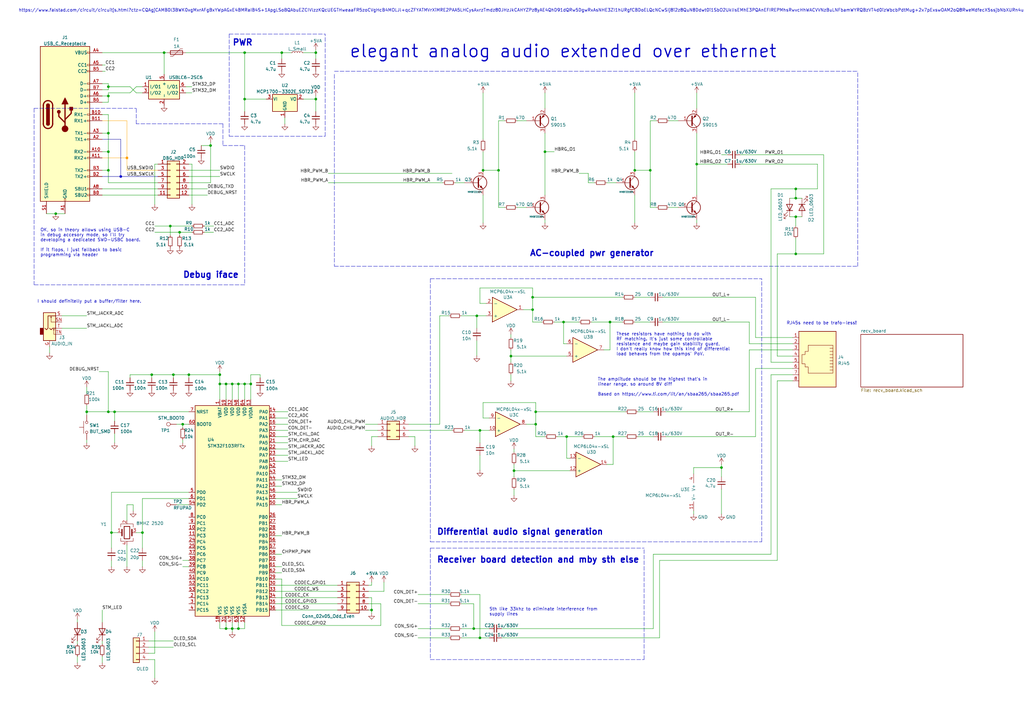
<source format=kicad_sch>
(kicad_sch (version 20211123) (generator eeschema)
  (paper "A3")
  (junction (at 219.71 168.91))
  (junction (at 44.45 39.37))
  (junction (at 102.87 157.48))
  (junction (at 204.47 69.85))
  (junction (at 251.46 179.07))
  (junction (at 90.17 153.67))
  (junction (at 49.53 72.39) (color 0 0 194 1))
  (junction (at 295.91 191.77))
  (junction (at 97.79 257.81))
  (junction (at 92.71 157.48))
  (junction (at 232.41 179.07))
  (junction (at 74.93 173.99))
  (junction (at 67.31 21.59))
  (junction (at 326.39 104.14))
  (junction (at 86.36 59.69))
  (junction (at 115.57 21.59))
  (junction (at 250.19 132.08))
  (junction (at 71.12 153.67))
  (junction (at 46.99 168.91))
  (junction (at 326.39 88.9))
  (junction (at 62.23 153.67))
  (junction (at 95.25 157.48))
  (junction (at 285.75 67.31))
  (junction (at 196.85 176.53))
  (junction (at 97.79 157.48))
  (junction (at 100.33 40.64))
  (junction (at 92.71 257.81))
  (junction (at 100.33 157.48))
  (junction (at 219.71 173.99))
  (junction (at 100.33 21.59))
  (junction (at 210.82 193.04))
  (junction (at 73.66 95.25))
  (junction (at 44.45 168.91))
  (junction (at 35.56 168.91))
  (junction (at 266.7 69.85))
  (junction (at 52.07 64.77) (color 255 153 0 1))
  (junction (at 152.4 250.19))
  (junction (at 326.39 77.47))
  (junction (at 231.14 132.08))
  (junction (at 223.52 62.23))
  (junction (at 326.39 81.28))
  (junction (at 196.85 261.62))
  (junction (at 260.35 69.85))
  (junction (at 218.44 127))
  (junction (at 44.45 54.61))
  (junction (at 194.31 257.81))
  (junction (at 44.45 69.85))
  (junction (at 44.45 62.23))
  (junction (at 95.25 257.81))
  (junction (at 129.54 21.59))
  (junction (at 58.42 218.44))
  (junction (at 198.12 69.85))
  (junction (at 45.72 218.44))
  (junction (at 77.47 153.67))
  (junction (at 129.54 40.64))
  (junction (at 22.86 87.63))
  (junction (at 209.55 146.05))
  (junction (at 44.45 35.56))
  (junction (at 218.44 121.92))
  (junction (at 195.58 129.54))
  (junction (at 69.85 92.71))
  (junction (at 90.17 157.48))
  (wire (pts (xy 63.5 259.08) (xy 63.5 267.97)))
  (wire (pts (xy 124.46 21.59) (xy 129.54 21.59)))
  (wire (pts (xy 54.61 209.55) (xy 54.61 207.01)))
  (wire (pts (xy 102.87 153.67) (xy 106.68 153.67)))
  (polyline (pts (xy 13.97 44.45) (xy 55.88 44.45)))
  (wire (pts (xy 326.39 77.47) (xy 335.28 77.47)))
  (wire (pts (xy 215.9 173.99) (xy 219.71 173.99)))
  (wire (pts (xy 156.21 247.65) (xy 151.13 247.65)))
  (wire (pts (xy 152.4 179.07) (xy 154.94 179.07)))
  (wire (pts (xy 295.91 63.5) (xy 298.45 63.5)))
  (wire (pts (xy 231.14 132.08) (xy 227.33 132.08)))
  (wire (pts (xy 113.03 247.65) (xy 138.43 247.65)))
  (polyline (pts (xy 100.33 116.84) (xy 13.97 116.84)))
  (wire (pts (xy 325.12 156.21) (xy 318.77 156.21)))
  (wire (pts (xy 285.75 38.1) (xy 285.75 44.45)))
  (wire (pts (xy 53.34 153.67) (xy 62.23 153.67)))
  (wire (pts (xy 113.03 201.93) (xy 121.92 201.93)))
  (wire (pts (xy 323.85 88.9) (xy 326.39 88.9)))
  (wire (pts (xy 92.71 255.27) (xy 92.71 257.81)))
  (wire (pts (xy 116.84 50.8) (xy 116.84 48.26)))
  (wire (pts (xy 260.35 121.92) (xy 266.7 121.92)))
  (wire (pts (xy 40.64 152.4) (xy 44.45 152.4)))
  (wire (pts (xy 102.87 157.48) (xy 102.87 163.83)))
  (wire (pts (xy 41.91 29.21) (xy 43.18 29.21)))
  (wire (pts (xy 318.77 146.05) (xy 318.77 104.14)))
  (wire (pts (xy 209.55 137.16) (xy 209.55 138.43)))
  (wire (pts (xy 233.68 187.96) (xy 232.41 187.96)))
  (wire (pts (xy 20.32 144.78) (xy 20.32 142.24)))
  (wire (pts (xy 44.45 46.99) (xy 44.45 54.61)))
  (wire (pts (xy 77.47 154.94) (xy 77.47 153.67)))
  (wire (pts (xy 209.55 143.51) (xy 209.55 146.05)))
  (wire (pts (xy 152.4 245.11) (xy 152.4 250.19)))
  (wire (pts (xy 77.47 67.31) (xy 78.74 67.31)))
  (wire (pts (xy 62.23 153.67) (xy 71.12 153.67)))
  (wire (pts (xy 285.75 54.61) (xy 285.75 67.31)))
  (wire (pts (xy 214.63 127) (xy 218.44 127)))
  (wire (pts (xy 194.31 257.81) (xy 200.66 257.81)))
  (wire (pts (xy 41.91 80.01) (xy 64.77 80.01)))
  (wire (pts (xy 241.3 74.93) (xy 243.84 74.93)))
  (wire (pts (xy 326.39 88.9) (xy 328.93 88.9)))
  (wire (pts (xy 113.03 196.85) (xy 115.57 196.85)))
  (wire (pts (xy 335.28 77.47) (xy 335.28 67.31)))
  (wire (pts (xy 218.44 121.92) (xy 218.44 118.11)))
  (wire (pts (xy 209.55 153.67) (xy 209.55 156.21)))
  (wire (pts (xy 222.25 132.08) (xy 218.44 132.08)))
  (wire (pts (xy 90.17 157.48) (xy 90.17 163.83)))
  (wire (pts (xy 207.01 85.09) (xy 204.47 85.09)))
  (wire (pts (xy 180.34 129.54) (xy 184.15 129.54)))
  (wire (pts (xy 198.12 62.23) (xy 198.12 69.85)))
  (wire (pts (xy 46.99 168.91) (xy 77.47 168.91)))
  (wire (pts (xy 260.35 62.23) (xy 260.35 69.85)))
  (wire (pts (xy 218.44 118.11) (xy 196.85 118.11)))
  (wire (pts (xy 325.12 143.51) (xy 307.34 143.51)))
  (wire (pts (xy 97.79 157.48) (xy 100.33 157.48)))
  (wire (pts (xy 118.11 186.69) (xy 113.03 186.69)))
  (wire (pts (xy 71.12 262.89) (xy 60.96 262.89)))
  (polyline (pts (xy 312.42 222.25) (xy 312.42 114.3)))
  (wire (pts (xy 118.11 173.99) (xy 113.03 173.99)))
  (wire (pts (xy 326.39 92.71) (xy 326.39 88.9)))
  (wire (pts (xy 205.74 261.62) (xy 270.51 261.62)))
  (wire (pts (xy 31.75 254) (xy 31.75 255.27)))
  (wire (pts (xy 31.75 264.16) (xy 31.75 262.89)))
  (wire (pts (xy 76.2 21.59) (xy 100.33 21.59)))
  (polyline (pts (xy 176.53 224.79) (xy 264.16 224.79)))
  (wire (pts (xy 115.57 234.95) (xy 113.03 234.95)))
  (wire (pts (xy 100.33 40.64) (xy 100.33 45.72)))
  (wire (pts (xy 218.44 132.08) (xy 218.44 127)))
  (polyline (pts (xy 55.88 50.8) (xy 55.88 44.45)))
  (polyline (pts (xy 351.79 109.22) (xy 351.79 29.21)))
  (wire (pts (xy 198.12 165.1) (xy 198.12 171.45)))
  (wire (pts (xy 285.75 91.44) (xy 285.75 90.17)))
  (wire (pts (xy 115.57 237.49) (xy 115.57 256.54)))
  (wire (pts (xy 326.39 81.28) (xy 328.93 81.28)))
  (wire (pts (xy 325.12 140.97) (xy 307.34 140.97)))
  (wire (pts (xy 219.71 165.1) (xy 198.12 165.1)))
  (wire (pts (xy 44.45 54.61) (xy 44.45 62.23)))
  (wire (pts (xy 35.56 168.91) (xy 35.56 170.18)))
  (wire (pts (xy 152.4 240.03) (xy 151.13 240.03)))
  (wire (pts (xy 152.4 250.19) (xy 152.4 251.46)))
  (wire (pts (xy 196.85 118.11) (xy 196.85 124.46)))
  (wire (pts (xy 118.11 168.91) (xy 113.03 168.91)))
  (wire (pts (xy 152.4 182.88) (xy 152.4 179.07)))
  (wire (pts (xy 210.82 200.66) (xy 210.82 203.2)))
  (wire (pts (xy 83.82 92.71) (xy 87.63 92.71)))
  (wire (pts (xy 77.47 80.01) (xy 85.09 80.01)))
  (wire (pts (xy 113.03 245.11) (xy 138.43 245.11)))
  (wire (pts (xy 115.57 232.41) (xy 113.03 232.41)))
  (wire (pts (xy 77.47 69.85) (xy 90.17 69.85)))
  (wire (pts (xy 115.57 21.59) (xy 115.57 24.13)))
  (wire (pts (xy 106.68 153.67) (xy 106.68 154.94)))
  (wire (pts (xy 100.33 255.27) (xy 100.33 257.81)))
  (wire (pts (xy 149.86 176.53) (xy 154.94 176.53)))
  (wire (pts (xy 44.45 35.56) (xy 53.34 35.56)))
  (wire (pts (xy 49.53 57.15) (xy 49.53 72.39)) (stroke (width 0) (color 3 0 157 1)))
  (wire (pts (xy 41.91 72.39) (xy 49.53 72.39)) (stroke (width 0) (color 3 0 157 1)))
  (polyline (pts (xy 137.16 29.21) (xy 351.79 29.21)))
  (wire (pts (xy 90.17 257.81) (xy 90.17 255.27)))
  (wire (pts (xy 270.51 229.87) (xy 318.77 229.87)))
  (wire (pts (xy 250.19 132.08) (xy 255.27 132.08)))
  (wire (pts (xy 113.03 237.49) (xy 115.57 237.49)))
  (wire (pts (xy 100.33 157.48) (xy 100.33 163.83)))
  (wire (pts (xy 171.45 261.62) (xy 184.15 261.62)))
  (polyline (pts (xy 93.98 13.97) (xy 133.35 13.97)))
  (wire (pts (xy 215.9 85.09) (xy 212.09 85.09)))
  (wire (pts (xy 109.22 40.64) (xy 100.33 40.64)))
  (wire (pts (xy 113.03 199.39) (xy 115.57 199.39)))
  (wire (pts (xy 63.5 95.25) (xy 73.66 95.25)))
  (wire (pts (xy 115.57 207.01) (xy 113.03 207.01)))
  (wire (pts (xy 69.85 92.71) (xy 69.85 96.52)))
  (wire (pts (xy 95.25 157.48) (xy 97.79 157.48)))
  (wire (pts (xy 223.52 62.23) (xy 223.52 80.01)))
  (wire (pts (xy 151.13 245.11) (xy 152.4 245.11)))
  (wire (pts (xy 171.45 243.84) (xy 184.15 243.84)))
  (wire (pts (xy 41.91 34.29) (xy 44.45 34.29)))
  (wire (pts (xy 58.42 232.41) (xy 58.42 229.87)))
  (wire (pts (xy 44.45 152.4) (xy 44.45 168.91)))
  (wire (pts (xy 44.45 41.91) (xy 44.45 39.37)))
  (wire (pts (xy 273.05 168.91) (xy 307.34 168.91)))
  (wire (pts (xy 41.91 77.47) (xy 64.77 77.47)))
  (wire (pts (xy 78.74 35.56) (xy 76.2 35.56)))
  (wire (pts (xy 71.12 153.67) (xy 77.47 153.67)))
  (wire (pts (xy 41.91 46.99) (xy 44.45 46.99)))
  (wire (pts (xy 198.12 171.45) (xy 200.66 171.45)))
  (wire (pts (xy 62.23 153.67) (xy 62.23 154.94)))
  (wire (pts (xy 55.88 38.1) (xy 58.42 38.1)))
  (wire (pts (xy 250.19 132.08) (xy 242.57 132.08)))
  (polyline (pts (xy 137.16 109.22) (xy 351.79 109.22)))
  (wire (pts (xy 115.57 21.59) (xy 119.38 21.59)))
  (polyline (pts (xy 264.16 270.51) (xy 264.16 224.79)))
  (wire (pts (xy 118.11 184.15) (xy 113.03 184.15)))
  (wire (pts (xy 67.31 21.59) (xy 67.31 30.48)))
  (wire (pts (xy 157.48 238.76) (xy 157.48 242.57)))
  (wire (pts (xy 77.47 153.67) (xy 90.17 153.67)))
  (wire (pts (xy 118.11 181.61) (xy 113.03 181.61)))
  (wire (pts (xy 218.44 121.92) (xy 218.44 127)))
  (wire (pts (xy 41.91 271.78) (xy 41.91 269.24)))
  (wire (pts (xy 55.88 35.56) (xy 58.42 35.56)))
  (wire (pts (xy 90.17 152.4) (xy 90.17 153.67)))
  (wire (pts (xy 212.09 49.53) (xy 215.9 49.53)))
  (wire (pts (xy 189.23 257.81) (xy 194.31 257.81)))
  (wire (pts (xy 44.45 34.29) (xy 44.45 35.56)))
  (wire (pts (xy 210.82 184.15) (xy 210.82 185.42)))
  (wire (pts (xy 196.85 124.46) (xy 199.39 124.46)))
  (wire (pts (xy 52.07 223.52) (xy 52.07 232.41)))
  (wire (pts (xy 266.7 69.85) (xy 260.35 69.85)))
  (wire (pts (xy 44.45 38.1) (xy 53.34 38.1)))
  (wire (pts (xy 219.71 168.91) (xy 256.54 168.91)))
  (wire (pts (xy 95.25 255.27) (xy 95.25 257.81)))
  (wire (pts (xy 83.82 95.25) (xy 87.63 95.25)))
  (polyline (pts (xy 91.44 59.69) (xy 100.33 59.69)))
  (wire (pts (xy 115.57 256.54) (xy 156.21 256.54)))
  (wire (pts (xy 157.48 242.57) (xy 151.13 242.57)))
  (wire (pts (xy 22.86 87.63) (xy 26.67 87.63)))
  (wire (pts (xy 129.54 21.59) (xy 129.54 24.13)))
  (wire (pts (xy 232.41 179.07) (xy 228.6 179.07)))
  (wire (pts (xy 241.3 71.12) (xy 241.3 74.93)))
  (wire (pts (xy 209.55 146.05) (xy 209.55 148.59)))
  (wire (pts (xy 86.36 59.69) (xy 82.55 59.69)))
  (wire (pts (xy 204.47 49.53) (xy 204.47 69.85)))
  (wire (pts (xy 219.71 168.91) (xy 219.71 173.99)))
  (wire (pts (xy 252.73 74.93) (xy 248.92 74.93)))
  (wire (pts (xy 198.12 38.1) (xy 198.12 57.15)))
  (polyline (pts (xy 176.53 114.3) (xy 312.42 114.3)))
  (wire (pts (xy 189.23 243.84) (xy 196.85 243.84)))
  (wire (pts (xy 223.52 54.61) (xy 223.52 62.23)))
  (wire (pts (xy 86.36 74.93) (xy 86.36 59.69)))
  (wire (pts (xy 205.74 257.81) (xy 267.97 257.81)))
  (wire (pts (xy 52.07 64.77) (xy 52.07 69.85)) (stroke (width 0) (color 255 166 8 1)))
  (wire (pts (xy 309.88 151.13) (xy 325.12 151.13)))
  (wire (pts (xy 63.5 67.31) (xy 63.5 83.82)))
  (wire (pts (xy 129.54 40.64) (xy 124.46 40.64)))
  (wire (pts (xy 284.48 191.77) (xy 284.48 194.31)))
  (wire (pts (xy 58.42 204.47) (xy 58.42 218.44)))
  (wire (pts (xy 45.72 218.44) (xy 48.26 218.44)))
  (wire (pts (xy 85.09 77.47) (xy 77.47 77.47)))
  (wire (pts (xy 309.88 138.43) (xy 325.12 138.43)))
  (wire (pts (xy 316.23 77.47) (xy 326.39 77.47)))
  (wire (pts (xy 35.56 158.75) (xy 35.56 161.29)))
  (wire (pts (xy 198.12 91.44) (xy 198.12 80.01)))
  (wire (pts (xy 269.24 85.09) (xy 266.7 85.09)))
  (polyline (pts (xy 93.98 13.97) (xy 93.98 55.88)))
  (wire (pts (xy 218.44 121.92) (xy 255.27 121.92)))
  (wire (pts (xy 41.91 250.19) (xy 41.91 255.27)))
  (wire (pts (xy 196.85 176.53) (xy 200.66 176.53)))
  (wire (pts (xy 72.39 173.99) (xy 74.93 173.99)))
  (wire (pts (xy 303.53 67.31) (xy 335.28 67.31)))
  (wire (pts (xy 274.32 49.53) (xy 278.13 49.53)))
  (wire (pts (xy 167.64 176.53) (xy 185.42 176.53)))
  (wire (pts (xy 74.93 180.34) (xy 74.93 181.61)))
  (wire (pts (xy 219.71 168.91) (xy 219.71 165.1)))
  (wire (pts (xy 41.91 39.37) (xy 44.45 39.37)))
  (wire (pts (xy 74.93 232.41) (xy 77.47 232.41)))
  (wire (pts (xy 100.33 257.81) (xy 97.79 257.81)))
  (wire (pts (xy 63.5 270.51) (xy 63.5 278.13)))
  (wire (pts (xy 337.82 63.5) (xy 337.82 104.14)))
  (wire (pts (xy 41.91 62.23) (xy 44.45 62.23)))
  (wire (pts (xy 45.72 232.41) (xy 45.72 229.87)))
  (wire (pts (xy 95.25 259.08) (xy 95.25 257.81)))
  (wire (pts (xy 204.47 49.53) (xy 207.01 49.53)))
  (wire (pts (xy 316.23 227.33) (xy 267.97 227.33)))
  (wire (pts (xy 53.34 35.56) (xy 55.88 38.1)))
  (wire (pts (xy 167.64 173.99) (xy 180.34 173.99)))
  (wire (pts (xy 196.85 261.62) (xy 200.66 261.62)))
  (wire (pts (xy 285.75 67.31) (xy 285.75 80.01)))
  (wire (pts (xy 307.34 140.97) (xy 307.34 132.08)))
  (wire (pts (xy 261.62 179.07) (xy 267.97 179.07)))
  (wire (pts (xy 267.97 227.33) (xy 267.97 257.81)))
  (polyline (pts (xy 176.53 270.51) (xy 264.16 270.51)))
  (wire (pts (xy 53.34 153.67) (xy 53.34 154.94)))
  (wire (pts (xy 92.71 157.48) (xy 95.25 157.48)))
  (wire (pts (xy 118.11 171.45) (xy 113.03 171.45)))
  (polyline (pts (xy 100.33 59.69) (xy 100.33 116.84)))
  (wire (pts (xy 316.23 148.59) (xy 316.23 77.47)))
  (wire (pts (xy 52.07 49.53) (xy 52.07 64.77)) (stroke (width 0) (color 255 166 8 1)))
  (wire (pts (xy 100.33 40.64) (xy 100.33 21.59)))
  (wire (pts (xy 78.74 67.31) (xy 78.74 83.82)))
  (wire (pts (xy 118.11 176.53) (xy 113.03 176.53)))
  (wire (pts (xy 260.35 91.44) (xy 260.35 80.01)))
  (wire (pts (xy 118.11 179.07) (xy 113.03 179.07)))
  (wire (pts (xy 54.61 207.01) (xy 52.07 207.01)))
  (wire (pts (xy 149.86 173.99) (xy 154.94 173.99)))
  (wire (pts (xy 318.77 104.14) (xy 326.39 104.14)))
  (wire (pts (xy 113.03 242.57) (xy 138.43 242.57)))
  (wire (pts (xy 232.41 140.97) (xy 231.14 140.97)))
  (wire (pts (xy 92.71 157.48) (xy 92.71 163.83)))
  (wire (pts (xy 295.91 210.82) (xy 295.91 200.66)))
  (wire (pts (xy 237.49 71.12) (xy 241.3 71.12)))
  (polyline (pts (xy 176.53 224.79) (xy 176.53 270.51)))
  (wire (pts (xy 19.05 87.63) (xy 22.86 87.63)))
  (wire (pts (xy 223.52 91.44) (xy 223.52 90.17)))
  (wire (pts (xy 100.33 157.48) (xy 102.87 157.48)))
  (wire (pts (xy 266.7 49.53) (xy 266.7 69.85)))
  (wire (pts (xy 251.46 190.5) (xy 248.92 190.5)))
  (polyline (pts (xy 133.35 55.88) (xy 133.35 13.97)))
  (wire (pts (xy 134.62 71.12) (xy 185.42 71.12)))
  (wire (pts (xy 74.93 173.99) (xy 74.93 175.26)))
  (wire (pts (xy 46.99 177.8) (xy 46.99 181.61)))
  (wire (pts (xy 271.78 132.08) (xy 307.34 132.08)))
  (wire (pts (xy 170.18 182.88) (xy 170.18 179.07)))
  (wire (pts (xy 41.91 64.77) (xy 52.07 64.77)) (stroke (width 0) (color 255 166 8 1)))
  (wire (pts (xy 270.51 261.62) (xy 270.51 229.87)))
  (wire (pts (xy 171.45 257.81) (xy 184.15 257.81)))
  (wire (pts (xy 251.46 190.5) (xy 251.46 179.07)))
  (wire (pts (xy 325.12 146.05) (xy 318.77 146.05)))
  (wire (pts (xy 194.31 257.81) (xy 194.31 247.65)))
  (wire (pts (xy 204.47 85.09) (xy 204.47 69.85)))
  (wire (pts (xy 77.47 72.39) (xy 90.17 72.39)))
  (polyline (pts (xy 93.98 55.88) (xy 133.35 55.88)))
  (wire (pts (xy 41.91 26.67) (xy 43.18 26.67)))
  (wire (pts (xy 44.45 69.85) (xy 44.45 74.93)))
  (wire (pts (xy 77.47 173.99) (xy 74.93 173.99)))
  (wire (pts (xy 337.82 104.14) (xy 326.39 104.14)))
  (wire (pts (xy 152.4 238.76) (xy 152.4 240.03)))
  (wire (pts (xy 189.23 129.54) (xy 195.58 129.54)))
  (wire (pts (xy 223.52 38.1) (xy 223.52 44.45)))
  (wire (pts (xy 95.25 157.48) (xy 95.25 163.83)))
  (wire (pts (xy 35.56 168.91) (xy 44.45 168.91)))
  (wire (pts (xy 273.05 179.07) (xy 309.88 179.07)))
  (wire (pts (xy 41.91 41.91) (xy 44.45 41.91)))
  (wire (pts (xy 49.53 72.39) (xy 64.77 72.39)) (stroke (width 0) (color 3 0 157 1)))
  (wire (pts (xy 60.96 270.51) (xy 63.5 270.51)))
  (wire (pts (xy 219.71 179.07) (xy 219.71 173.99)))
  (wire (pts (xy 195.58 139.7) (xy 195.58 145.8623)))
  (wire (pts (xy 46.99 168.91) (xy 46.99 172.72)))
  (wire (pts (xy 309.88 121.92) (xy 309.88 138.43)))
  (wire (pts (xy 231.14 132.08) (xy 237.49 132.08)))
  (wire (pts (xy 71.12 265.43) (xy 60.96 265.43)))
  (wire (pts (xy 71.12 153.67) (xy 71.12 154.94)))
  (wire (pts (xy 97.79 257.81) (xy 95.25 257.81)))
  (wire (pts (xy 129.54 39.37) (xy 129.54 40.64)))
  (polyline (pts (xy 176.53 114.3) (xy 176.53 222.25)))
  (wire (pts (xy 326.39 97.79) (xy 326.39 104.14)))
  (wire (pts (xy 196.85 186.69) (xy 196.85 192.8523)))
  (wire (pts (xy 41.91 36.83) (xy 44.45 36.83)))
  (wire (pts (xy 102.87 153.67) (xy 102.87 157.48)))
  (wire (pts (xy 115.57 219.71) (xy 113.03 219.71)))
  (wire (pts (xy 171.45 247.65) (xy 184.15 247.65)))
  (wire (pts (xy 266.7 85.09) (xy 266.7 69.85)))
  (wire (pts (xy 113.03 240.03) (xy 138.43 240.03)))
  (wire (pts (xy 189.23 261.62) (xy 196.85 261.62)))
  (wire (pts (xy 78.74 38.1) (xy 76.2 38.1)))
  (wire (pts (xy 189.23 247.65) (xy 194.31 247.65)))
  (wire (pts (xy 195.58 129.54) (xy 195.58 134.62)))
  (wire (pts (xy 35.56 180.34) (xy 35.56 181.61)))
  (wire (pts (xy 156.21 256.54) (xy 156.21 247.65)))
  (wire (pts (xy 97.79 255.27) (xy 97.79 257.81)))
  (wire (pts (xy 41.91 21.59) (xy 67.31 21.59)))
  (wire (pts (xy 100.33 21.59) (xy 115.57 21.59)))
  (wire (pts (xy 323.85 81.28) (xy 326.39 81.28)))
  (wire (pts (xy 69.85 92.71) (xy 78.74 92.71)))
  (wire (pts (xy 266.7 49.53) (xy 269.24 49.53)))
  (wire (pts (xy 134.62 74.93) (xy 181.61 74.93)))
  (wire (pts (xy 90.17 153.67) (xy 90.17 157.48)))
  (wire (pts (xy 180.34 129.54) (xy 180.34 173.99)))
  (wire (pts (xy 44.45 39.37) (xy 44.45 38.1)))
  (wire (pts (xy 41.91 264.16) (xy 41.91 262.89)))
  (wire (pts (xy 44.45 62.23) (xy 44.45 69.85)))
  (wire (pts (xy 227.33 62.23) (xy 223.52 62.23)))
  (wire (pts (xy 337.82 63.5) (xy 303.53 63.5)))
  (wire (pts (xy 45.72 218.44) (xy 45.72 224.79)))
  (wire (pts (xy 316.23 148.59) (xy 325.12 148.59)))
  (wire (pts (xy 52.07 207.01) (xy 52.07 213.36)))
  (wire (pts (xy 295.91 195.58) (xy 295.91 191.77)))
  (wire (pts (xy 318.77 156.21) (xy 318.77 229.87)))
  (wire (pts (xy 113.03 250.19) (xy 138.43 250.19)))
  (polyline (pts (xy 91.44 50.8) (xy 55.88 50.8)))
  (wire (pts (xy 44.45 168.91) (xy 46.99 168.91)))
  (wire (pts (xy 326.39 77.47) (xy 326.39 81.28)))
  (wire (pts (xy 118.11 189.23) (xy 113.03 189.23)))
  (wire (pts (xy 190.5 176.53) (xy 196.85 176.53)))
  (wire (pts (xy 251.46 179.07) (xy 256.54 179.07)))
  (wire (pts (xy 129.54 40.64) (xy 129.54 45.72)))
  (wire (pts (xy 35.56 166.37) (xy 35.56 168.91)))
  (wire (pts (xy 73.66 95.25) (xy 73.66 96.52)))
  (wire (pts (xy 196.85 261.62) (xy 196.85 243.84)))
  (wire (pts (xy 284.48 209.55) (xy 284.48 210.82)))
  (wire (pts (xy 210.82 193.04) (xy 210.82 195.58)))
  (wire (pts (xy 316.23 153.67) (xy 316.23 227.33)))
  (wire (pts (xy 260.35 132.08) (xy 266.7 132.08)))
  (wire (pts (xy 190.5 74.93) (xy 186.69 74.93)))
  (wire (pts (xy 250.19 143.51) (xy 250.19 132.08)))
  (wire (pts (xy 73.66 95.25) (xy 78.74 95.25)))
  (wire (pts (xy 115.57 227.33) (xy 113.03 227.33)))
  (wire (pts (xy 223.52 179.07) (xy 219.71 179.07)))
  (wire (pts (xy 210.82 193.04) (xy 233.68 193.04)))
  (wire (pts (xy 41.91 69.85) (xy 44.45 69.85)))
  (wire (pts (xy 210.82 190.5) (xy 210.82 193.04)))
  (wire (pts (xy 151.13 250.19) (xy 152.4 250.19)))
  (wire (pts (xy 58.42 218.44) (xy 55.88 218.44)))
  (wire (pts (xy 92.71 257.81) (xy 90.17 257.81)))
  (wire (pts (xy 260.35 38.1) (xy 260.35 57.15)))
  (wire (pts (xy 231.14 140.97) (xy 231.14 132.08)))
  (wire (pts (xy 58.42 218.44) (xy 58.42 224.79)))
  (wire (pts (xy 209.55 146.05) (xy 232.41 146.05)))
  (wire (pts (xy 204.47 69.85) (xy 198.12 69.85)))
  (wire (pts (xy 295.91 190.5) (xy 295.91 191.77)))
  (wire (pts (xy 77.47 74.93) (xy 86.36 74.93)))
  (wire (pts (xy 250.19 143.51) (xy 247.65 143.51)))
  (wire (pts (xy 97.79 157.48) (xy 97.79 163.83)))
  (wire (pts (xy 31.75 271.78) (xy 31.75 269.24)))
  (wire (pts (xy 307.34 143.51) (xy 307.34 168.91)))
  (wire (pts (xy 170.18 179.07) (xy 167.64 179.07)))
  (wire (pts (xy 35.56 129.54) (xy 25.4 129.54)))
  (wire (pts (xy 45.72 201.93) (xy 45.72 218.44)))
  (wire (pts (xy 64.77 67.31) (xy 63.5 67.31)))
  (wire (pts (xy 196.85 176.53) (xy 196.85 181.61)))
  (polyline (pts (xy 176.53 222.25) (xy 312.42 222.25)))
  (polyline (pts (xy 13.97 44.45) (xy 13.97 116.84)))
  (polyline (pts (xy 91.44 50.8) (xy 91.44 59.69)))
  (wire (pts (xy 95.25 257.81) (xy 92.71 257.81)))
  (wire (pts (xy 63.5 92.71) (xy 69.85 92.71)))
  (wire (pts (xy 74.93 229.87) (xy 77.47 229.87)))
  (wire (pts (xy 35.56 134.62) (xy 25.4 134.62)))
  (wire (pts (xy 251.46 179.07) (xy 243.84 179.07)))
  (wire (pts (xy 86.36 59.69) (xy 86.36 58.42)))
  (wire (pts (xy 195.58 129.54) (xy 199.39 129.54)))
  (wire (pts (xy 261.62 168.91) (xy 267.97 168.91)))
  (wire (pts (xy 232.41 179.07) (xy 238.76 179.07)))
  (wire (pts (xy 295.91 191.77) (xy 284.48 191.77)))
  (wire (pts (xy 67.31 21.59) (xy 68.58 21.59)))
  (wire (pts (xy 58.42 204.47) (xy 77.47 204.47)))
  (wire (pts (xy 44.45 74.93) (xy 64.77 74.93)))
  (wire (pts (xy 55.88 35.56) (xy 53.34 38.1)))
  (wire (pts (xy 113.03 204.47) (xy 121.92 204.47)))
  (wire (pts (xy 92.71 157.48) (xy 90.17 157.48)))
  (wire (pts (xy 52.07 69.85) (xy 64.77 69.85)) (stroke (width 0) (color 255 166 8 1)))
  (wire (pts (xy 41.91 54.61) (xy 44.45 54.61)))
  (wire (pts (xy 60.96 267.97) (xy 63.5 267.97)))
  (wire (pts (xy 44.45 36.83) (xy 44.45 35.56)))
  (wire (pts (xy 285.75 67.31) (xy 298.45 67.31)))
  (wire (pts (xy 45.72 201.93) (xy 77.47 201.93)))
  (wire (pts (xy 278.13 85.09) (xy 274.32 85.09)))
  (wire (pts (xy 41.91 57.15) (xy 49.53 57.15)) (stroke (width 0) (color 3 0 157 1)))
  (wire (pts (xy 129.54 20.32) (xy 129.54 21.59)))
  (wire (pts (xy 271.78 121.92) (xy 309.88 121.92)))
  (wire (pts (xy 41.91 49.53) (xy 52.07 49.53)) (stroke (width 0) (color 255 166 8 1)))
  (wire (pts (xy 325.12 153.67) (xy 316.23 153.67)))
  (wire (pts (xy 309.88 179.07) (xy 309.88 151.13)))
  (wire (pts (xy 72.39 207.01) (xy 77.47 207.01)))
  (wire (pts (xy 232.41 187.96) (xy 232.41 179.07)))
  (polyline (pts (xy 137.16 30.48) (xy 137.16 109.22)))
  (text "I should definitelly put a buffer/filter here." (at 15.24 124.46 0) (effects (font (size 1.27 1.27)) (justify left bottom)))
  (text "Debug iface" (at 74.93 114.3 0) (effects (font (size 2.5 2.5) (thickness 0.5) bold) (justify left bottom)))
  (text "OK, so in theory allows using USB-C\nin debug accesory mode, so I'll try\ndeveloping a dedicated SWD-USBC board.\n\nIf it flops, I just fallback to basic\nprogramming via header" (at 16.51 105.41 0) (effects (font (size 1.27 1.27)) (justify left bottom)))
  (text "AC-coupled pwr generator" (at 217.17 105.41 0) (effects (font (size 2.5 2.5) (thickness 0.5) bold) (justify left bottom)))
  (text "https://www.falstad.com/circuit/circuitjs.html?ctz=CQAgjCAMB0l3BWK0xgMxrAFgBxYWpAGxE4BMRaIB4S+1ApgLSoBQAbuEZCIVlzzKQcUEGTHweaaFR5zoCVgHcB4MOLJl+qcZFYATMVrXiMRE2PAA5LHCysAxrzTmdz80JHzJkCAHYZPz8yAE4QhD91dQRw5DgwRxAsNHE3ZI1hURgfCBDoELQcNCwSIj8i2z8QuN8Ddwt0i1SbO2UklIsEMhE3PQAnEFIREPMhsRwvcHhWACVVNzBuLNFbamWYRQBzVT4d0izWbcbPdtMug+2x7pExswOAM2oQ8RweMdfecX5ssjbNbXURn4uCgf2MIK6IhBegAyk8XjxISAPnIQPcAIYAGwAzgxRL8VEiiPwkdC2kiRtRuhY9CoxsTBhMuKC5mNFoyRExKajVkhURtWANFoJMncTjwwNMAPaiBk8WxhCRxPmWKSsGV+QbfJKQEIiPmwODlaLgSyatCsIA" (at 7.62 5.08 0) (effects (font (size 1.27 1.27)) (justify left bottom)))
  (text "Receiver board detection and mby sth else" (at 179.07 231.14 0) (effects (font (size 2.5 2.5) (thickness 0.5) bold) (justify left bottom)))
  (text "elegant analog audio extended over ethernet" (at 318.77 24.13 180) (effects (font (size 5.08 5.08) (thickness 0.508) bold) (justify right bottom)))
  (text "PWR" (at 95.25 19.05 0) (effects (font (size 2.5 2.5) (thickness 0.5) bold) (justify left bottom)))
  (text "Differential audio signal generation" (at 179.07 219.71 0) (effects (font (size 2.5 2.5) (thickness 0.5) bold) (justify left bottom)))
  (text "The amplitude should be the highest that's in\nlinear range, so around 8V diff\n\nBased on https://www.ti.com/lit/an/sbaa265/sbaa265.pdf" (at 245.11 162.56 0) (effects (font (size 1.27 1.27)) (justify left bottom)))
  (text "These resistors have nothing to do with \nRF matching. It's just some controllable \nresistance and maybe gain stabillity guard,\nI don't really know how this kind of differential\nload behaves from the opamps' PoV." (at 252.73 146.05 0) (effects (font (size 1.27 1.27)) (justify left bottom)))
  (text "RJ45s need to be trafo-less!" (at 322.58 133.35 0) (effects (font (size 1.27 1.27)) (justify left bottom)))
  (text "Sth like 33khz to eliminate interference from\nsupply lines" (at 200.66 252.73 0) (effects (font (size 1.27 1.27)) (justify left bottom)))
  (label "CC1_ADC" (at 87.63 92.71 0))
  (label "OUT_R+" (at 293.37 168.91 0))
  (label "STM32_DM" (at 78.74 38.1 0))
  (label "OLED_SCL" (at 71.12 265.43 0))
  (label "AUDIO_CHR_PWM" (at 149.86 176.53 180))
  (label "CODEC_GPIO3" (at 116.84 247.65 0))
  (label "CON_DET-" (at 171.45 247.65 180))
  (label "DEBUG_NRST" (at 85.09 80.01 0))
  (label "STM_JACKL_ADC" (at 35.56 134.62 0))
  (label "OUT_L-" (at 292.1 132.08 0))
  (label "CODEC_GPIO2" (at 120.65 256.54 0))
  (label "HBR_PWM_B" (at 115.57 219.71 0))
  (label "CC1" (at 63.5 92.71 180))
  (label "STM32_DP" (at 78.74 35.56 0))
  (label "CON_SIG-" (at 171.45 261.62 180))
  (label "HBR_PWM_B" (at 134.62 71.12 180))
  (label "USB_SWDIO" (at 52.07 69.85 0))
  (label "CODEC_SD" (at 116.84 250.19 0))
  (label "CODEC_CK" (at 116.84 245.11 0))
  (label "OLED_SDA" (at 115.57 234.95 0))
  (label "CC1" (at 43.18 26.67 0))
  (label "STM_JACKR_ADC" (at 118.11 184.15 0))
  (label "CC2_ADC" (at 87.63 95.25 0))
  (label "HBRG_O2" (at 295.91 67.31 180))
  (label "SWCLK" (at 90.17 72.39 0))
  (label "OUT_L+" (at 292.1 121.92 0))
  (label "STM_LED" (at 118.11 189.23 0))
  (label "CC2" (at 43.18 29.21 0))
  (label "USB_SWCLK" (at 52.07 72.39 0))
  (label "CON_DET+" (at 118.11 173.99 0))
  (label "HBR_PWM_A" (at 134.62 74.93 180))
  (label "STM_LED" (at 41.91 250.19 0))
  (label "CON_DET+" (at 171.45 243.84 180))
  (label "HBR_PWM_A" (at 115.57 207.01 0))
  (label "AUDIO_CHL_PWM" (at 149.86 173.99 180))
  (label "STM_CHL_DAC" (at 118.11 179.07 0))
  (label "SWDIO" (at 90.17 69.85 0))
  (label "HBRG_O1" (at 227.33 62.23 0))
  (label "HBR_PWM_A" (at 176.53 74.93 180))
  (label "STM_JACKL_ADC" (at 118.11 186.69 0))
  (label "PWR_O2" (at 313.69 67.31 0))
  (label "STM32_DM" (at 115.57 196.85 0))
  (label "CON_SIG+" (at 171.45 257.81 180))
  (label "CC2" (at 63.5 95.25 180))
  (label "CC1_ADC" (at 118.11 168.91 0))
  (label "CON_SIG+" (at 74.93 229.87 180))
  (label "CON_SIG-" (at 74.93 232.41 180))
  (label "PWR_O1" (at 313.69 63.5 0))
  (label "HBRG_O1" (at 295.91 63.5 180))
  (label "STM_JACKR_ADC" (at 35.56 129.54 0))
  (label "CHPMP_PWM" (at 115.57 227.33 0))
  (label "SWDIO" (at 121.92 201.93 0))
  (label "CC2_ADC" (at 118.11 171.45 0))
  (label "STM32_DP" (at 115.57 199.39 0))
  (label "HBR_PWM_B" (at 176.53 71.12 180))
  (label "DEBUG_TXD" (at 85.09 77.47 0))
  (label "SWCLK" (at 121.92 204.47 0))
  (label "CON_DET-" (at 118.11 176.53 0))
  (label "CODEC_WS" (at 120.65 242.57 0))
  (label "HBR_PWM_B" (at 237.49 71.12 180))
  (label "STM_CHR_DAC" (at 118.11 181.61 0))
  (label "OUT_R-" (at 293.37 179.07 0))
  (label "CODEC_GPIO1" (at 120.65 240.03 0))
  (label "DEBUG_NRST" (at 40.64 152.4 180))
  (label "OLED_SCL" (at 115.57 232.41 0))
  (label "OLED_SDA" (at 71.12 262.89 0))
  (symbol (lib_id "Amplifier_Operational:MCP6L04x-xSL") (at 240.03 143.51 0) (mirror x) (unit 2)
    (property "Reference" "U3" (at 241.3 138.2014 0))
    (property "Value" "MCP6L04x-xSL" (at 241.3 135.89 0))
    (property "Footprint" "Package_SO:SOIC-14_3.9x8.7mm_P1.27mm" (effects hide))
    (property "Datasheet" "http://ww1.microchip.com/downloads/en/devicedoc/22140b.pdf" (effects hide))
    (property "LCSC" "C626833" (effects hide))
  )
  (symbol (lib_id "Amplifier_Operational:MCP6L04x-xSL") (at 281.94 201.93 0) (mirror y) (unit 5)
    (property "Reference" "U3" (at 283.0068 200.7616 0) (effects (justify left)))
    (property "Value" "MCP6L04x-xSL" (at 279.4 203.2 0) (effects (justify left)))
    (property "Footprint" "Package_SO:SOIC-14_3.9x8.7mm_P1.27mm" (effects hide))
    (property "Datasheet" "http://ww1.microchip.com/downloads/en/devicedoc/22140b.pdf" (effects hide))
    (property "LCSC" "C626833" (effects hide))
  )
  (symbol (lib_id "power:+5VA") (at 152.4 238.76 0) (mirror y) (unit 1)
    (property "Reference" "#PWR050" (effects hide))
    (property "Value" "+5VA" (at 152.4 235.1842 0))
  )
  (symbol (lib_id "Device:R_Small") (at 224.79 132.08 270) (unit 1)
    (property "Reference" "R16" (at 220.98 130.81 90))
    (property "Value" "1k" (at 228.6 130.81 90))
    (property "Footprint" "Resistor_SMD:R_0402_1005Metric" (effects hide))
  )
  (symbol (lib_id "Device:R_Small") (at 184.15 74.93 270) (unit 1)
    (property "Reference" "R5" (at 180.34 73.66 90))
    (property "Value" "1k" (at 187.96 73.66 90))
    (property "Footprint" "Resistor_SMD:R_0402_1005Metric" (effects hide))
  )
  (symbol (lib_id "Device:Q_NPN_BEC") (at 283.21 85.09 0) (unit 1)
    (property "Reference" "Q6" (at 278.13 83.82 0) (effects (justify left)))
    (property "Value" "MMBT2222A" (at 279.4 88.9 0) (effects (font (size 0.65 0.65)) (justify left)))
    (property "Footprint" "Package_TO_SOT_SMD:SOT-23" (effects hide))
  )
  (symbol (lib_id "Device:C_Small") (at 71.12 157.48 0) (mirror x) (unit 1)
    (property "Reference" "C13" (at 68.7959 156.6389 0) (effects (justify right)))
    (property "Value" "100n" (at 68.7959 159.1758 0) (effects (justify right)))
    (property "Footprint" "Capacitor_SMD:C_0402_1005Metric" (effects hide))
  )
  (symbol (lib_id "power:GND") (at 41.91 271.78 0) (mirror y) (unit 1)
    (property "Reference" "#PWR057" (effects hide))
    (property "Value" "GND" (effects hide))
  )
  (symbol (lib_id "power:GND") (at 58.42 232.41 0) (unit 1)
    (property "Reference" "#PWR049" (effects hide))
    (property "Value" "GND" (effects hide))
  )
  (symbol (lib_id "power:VDD") (at 90.17 152.4 0) (unit 1)
    (property "Reference" "#PWR027" (effects hide))
    (property "Value" "VDD" (at 90.17 148.7955 0))
  )
  (symbol (lib_id "power:GND") (at 129.54 50.8 0) (unit 1)
    (property "Reference" "#PWR012" (effects hide))
    (property "Value" "GND" (effects hide))
  )
  (symbol (lib_id "Device:R_Small") (at 186.69 243.84 270) (unit 1)
    (property "Reference" "R30" (at 182.88 242.57 90))
    (property "Value" "5.1k" (at 190.5 242.57 90))
    (property "Footprint" "Resistor_SMD:R_0402_1005Metric" (effects hide))
  )
  (symbol (lib_id "Connector:TestPoint") (at 72.39 207.01 90) (mirror x) (unit 1)
    (property "Reference" "TP2" (at 71.12 205.74 90) (effects (justify right)))
    (property "Value" "RFUPAD" (at 71.12 208.28 90) (effects (justify right)))
    (property "Footprint" "TestPoint:TestPoint_Pad_D1.0mm" (effects hide))
  )
  (symbol (lib_id "Device:C_Small") (at 195.58 137.16 0) (mirror y) (unit 1)
    (property "Reference" "C10" (at 193.2559 136.3316 0) (effects (justify left)))
    (property "Value" "10n" (at 193.2559 138.8685 0) (effects (justify left)))
    (property "Footprint" "Capacitor_SMD:C_0402_1005Metric" (effects hide))
  )
  (symbol (lib_id "power:GND") (at 295.91 210.82 0) (mirror y) (unit 1)
    (property "Reference" "#PWR046" (effects hide))
    (property "Value" "GND" (at 299.72 212.09 0))
  )
  (symbol (lib_id "power:GND") (at 63.5 83.82 0) (unit 1)
    (property "Reference" "#PWR015" (effects hide))
    (property "Value" "GND" (effects hide))
  )
  (symbol (lib_id "Device:R_Small") (at 81.28 95.25 270) (unit 1)
    (property "Reference" "R10" (at 77.47 93.98 90))
    (property "Value" "1k" (at 85.09 93.98 90))
    (property "Footprint" "Resistor_SMD:R_0402_1005Metric" (effects hide))
  )
  (symbol (lib_id "power:GND") (at 71.12 160.02 0) (unit 1)
    (property "Reference" "#PWR032" (effects hide))
    (property "Value" "GND" (effects hide))
  )
  (symbol (lib_id "Device:R_Small") (at 35.56 163.83 180) (unit 1)
    (property "Reference" "R21" (at 37.2069 161.29 0))
    (property "Value" "100k" (at 38.712 163.83 0))
    (property "Footprint" "Resistor_SMD:R_0402_1005Metric" (effects hide))
  )
  (symbol (lib_id "power:GND") (at 95.25 259.08 0) (unit 1)
    (property "Reference" "#PWR055" (effects hide))
    (property "Value" "GND" (effects hide))
  )
  (symbol (lib_id "Connector:RJ45") (at 335.28 146.05 180) (unit 1)
    (property "Reference" "J4" (at 343.662 146.4853 0) (effects (justify right)))
    (property "Value" "RJ45" (at 343.662 149.0222 0) (effects (justify right)))
    (property "Footprint" "Connector_RJ:RJ45_OST_PJ012-8P8CX_Vertical" (effects hide))
  )
  (symbol (lib_id "Device:C_Small") (at 129.54 48.26 0) (mirror x) (unit 1)
    (property "Reference" "C4" (at 127.216 47.4189 0) (effects (justify right)))
    (property "Value" "4.7u" (at 127.216 49.9558 0) (effects (justify right)))
    (property "Footprint" "Capacitor_SMD:C_0402_1005Metric" (effects hide))
  )
  (symbol (lib_id "Device:R_Small") (at 41.91 266.7 180) (unit 1)
    (property "Reference" "R35" (at 39.37 265.43 0))
    (property "Value" "10k" (at 38.735 267.335 0))
    (property "Footprint" "Resistor_SMD:R_0402_1005Metric" (effects hide))
    (property "LCSC" "C25117" (effects hide))
  )
  (symbol (lib_id "Device:LED") (at 323.85 85.09 270) (mirror x) (unit 1)
    (property "Reference" "D1" (at 318.77 80.01 90) (effects (justify left)))
    (property "Value" "LED_0603" (at 320.04 81.28 0) (effects (justify right)))
    (property "Footprint" "LED_SMD:LED_0603_1608Metric_Pad1.05x0.95mm_HandSolder" (effects hide))
  )
  (symbol (lib_id "power:VDD") (at 129.54 39.37 0) (unit 1)
    (property "Reference" "#PWR08" (effects hide))
    (property "Value" "VDD" (at 129.54 35.7655 0))
  )
  (symbol (lib_id "power:GND") (at 22.86 87.63 0) (unit 1)
    (property "Reference" "#PWR017" (effects hide))
    (property "Value" "GND" (effects hide))
  )
  (symbol (lib_id "power:GND") (at 31.75 271.78 0) (mirror y) (unit 1)
    (property "Reference" "#PWR056" (effects hide))
    (property "Value" "GND" (effects hide))
  )
  (symbol (lib_id "power:GND") (at 63.5 278.13 0) (mirror y) (unit 1)
    (property "Reference" "#PWR058" (effects hide))
    (property "Value" "GND" (effects hide))
  )
  (symbol (lib_id "power:GND") (at 52.07 232.41 0) (unit 1)
    (property "Reference" "#PWR048" (effects hide))
    (property "Value" "GND" (effects hide))
  )
  (symbol (lib_id "Device:R_Small") (at 257.81 132.08 270) (unit 1)
    (property "Reference" "R18" (at 254 130.81 90))
    (property "Value" "25" (at 261.62 130.81 90))
    (property "Footprint" "Resistor_SMD:R_0402_1005Metric" (effects hide))
  )
  (symbol (lib_id "Device:R_Small") (at 73.66 99.06 180) (unit 1)
    (property "Reference" "R13" (at 76.5769 97.79 0))
    (property "Value" "5.1k" (at 77.47 100.33 0))
    (property "Footprint" "Resistor_SMD:R_0402_1005Metric" (effects hide))
  )
  (symbol (lib_id "Amplifier_Operational:MCP6L04x-xSL") (at 241.3 190.5 0) (mirror x) (unit 4)
    (property "Reference" "U3" (at 242.57 185.42 0))
    (property "Value" "MCP6L04x-xSL" (at 242.57 183.1086 0))
    (property "Footprint" "Package_SO:SOIC-14_3.9x8.7mm_P1.27mm" (effects hide))
    (property "Datasheet" "http://ww1.microchip.com/downloads/en/devicedoc/22140b.pdf" (effects hide))
    (property "LCSC" "C626833" (effects hide))
  )
  (symbol (lib_id "power:VDD") (at 157.48 238.76 0) (mirror y) (unit 1)
    (property "Reference" "#PWR051" (effects hide))
    (property "Value" "VDD" (at 157.48 235.1555 0))
  )
  (symbol (lib_id "Amplifier_Operational:MCP6L04x-xSL") (at 207.01 127 0) (mirror x) (unit 1)
    (property "Reference" "U3" (at 208.28 121.92 0))
    (property "Value" "MCP6L04x-xSL" (at 208.28 119.6086 0))
    (property "Footprint" "Package_SO:SOIC-14_3.9x8.7mm_P1.27mm" (effects hide))
    (property "Datasheet" "http://ww1.microchip.com/downloads/en/devicedoc/22140b.pdf" (effects hide))
    (property "LCSC" "C626833" (effects hide))
  )
  (symbol (lib_id "Device:C_Small") (at 77.47 157.48 0) (unit 1)
    (property "Reference" "C14" (at 79.7941 156.5715 0) (effects (justify left)))
    (property "Value" "100n" (at 79.7941 159.3466 0) (effects (justify left)))
    (property "Footprint" "Capacitor_SMD:C_0402_1005Metric" (effects hide))
  )
  (symbol (lib_id "Device:R_Small") (at 209.55 85.09 270) (unit 1)
    (property "Reference" "R7" (at 205.74 83.82 90))
    (property "Value" "470" (at 213.36 83.82 90))
    (property "Footprint" "Resistor_SMD:R_0402_1005Metric" (effects hide))
  )
  (symbol (lib_id "Device:R_Small") (at 259.08 179.07 270) (unit 1)
    (property "Reference" "R27" (at 255.27 177.8 90))
    (property "Value" "25" (at 262.89 177.8 90))
    (property "Footprint" "Resistor_SMD:R_0402_1005Metric" (effects hide))
  )
  (symbol (lib_id "power:GND") (at 82.55 64.77 0) (unit 1)
    (property "Reference" "#PWR014" (effects hide))
    (property "Value" "GND" (effects hide))
  )
  (symbol (lib_id "Device:C_Small") (at 45.72 227.33 0) (unit 1)
    (property "Reference" "C21" (at 48.0441 226.4215 0) (effects (justify left)))
    (property "Value" "20p" (at 48.0441 229.1966 0) (effects (justify left)))
    (property "Footprint" "Capacitor_SMD:C_0402_1005Metric" (effects hide))
  )
  (symbol (lib_id "power:GND") (at 115.57 29.21 0) (mirror y) (unit 1)
    (property "Reference" "#PWR02" (effects hide))
    (property "Value" "GND" (effects hide))
  )
  (symbol (lib_id "power:GND") (at 53.34 160.02 0) (unit 1)
    (property "Reference" "#PWR030" (effects hide))
    (property "Value" "GND" (effects hide))
  )
  (symbol (lib_id "power:GND") (at 129.54 29.21 0) (mirror y) (unit 1)
    (property "Reference" "#PWR03" (effects hide))
    (property "Value" "GND" (effects hide))
  )
  (symbol (lib_id "power:VDD") (at 295.91 190.5 0) (unit 1)
    (property "Reference" "#PWR041" (effects hide))
    (property "Value" "VDD" (at 295.91 186.8955 0))
  )
  (symbol (lib_id "Device:C_Small") (at 58.42 227.33 0) (unit 1)
    (property "Reference" "C22" (at 53.34 225.8249 0) (effects (justify left)))
    (property "Value" "20p" (at 53.34 228.6 0) (effects (justify left)))
    (property "Footprint" "Capacitor_SMD:C_0402_1005Metric" (effects hide))
  )
  (symbol (lib_id "Device:C_Small") (at 115.57 26.67 0) (mirror y) (unit 1)
    (property "Reference" "C1" (at 113.2459 25.8416 0) (effects (justify left)))
    (property "Value" "4.7u" (at 113.2459 28.3785 0) (effects (justify left)))
    (property "Footprint" "Capacitor_SMD:C_0402_1005Metric" (effects hide))
  )
  (symbol (lib_id "Amplifier_Operational:MCP6L04x-xSL") (at 208.28 173.99 0) (mirror x) (unit 3)
    (property "Reference" "U3" (at 210.82 170.18 0))
    (property "Value" "MCP6L04x-xSL" (at 210.82 167.8686 0))
    (property "Footprint" "Package_SO:SOIC-14_3.9x8.7mm_P1.27mm" (effects hide))
    (property "Datasheet" "http://ww1.microchip.com/downloads/en/devicedoc/22140b.pdf" (effects hide))
    (property "LCSC" "C626833" (effects hide))
  )
  (symbol (lib_id "Device:LED") (at 328.93 85.09 90) (mirror x) (unit 1)
    (property "Reference" "D2" (at 334.01 90.17 90) (effects (justify left)))
    (property "Value" "LED_0603" (at 332.74 88.9 0) (effects (justify right)))
    (property "Footprint" "LED_SMD:LED_0603_1608Metric_Pad1.05x0.95mm_HandSolder" (effects hide))
  )
  (symbol (lib_id "Device:R_Small") (at 259.08 168.91 270) (unit 1)
    (property "Reference" "R22" (at 255.27 167.64 90))
    (property "Value" "25" (at 262.89 167.64 90))
    (property "Footprint" "Resistor_SMD:R_0402_1005Metric" (effects hide))
  )
  (symbol (lib_id "Device:R_Small") (at 74.93 177.8 0) (mirror x) (unit 1)
    (property "Reference" "R24" (at 77.47 176.53 0))
    (property "Value" "10k" (at 77.47 179.07 0))
    (property "Footprint" "Resistor_SMD:R_0402_1005Metric" (effects hide))
  )
  (symbol (lib_id "Regulator_Linear:MCP1700-3302E_SOT23") (at 116.84 40.64 0) (unit 1)
    (property "Reference" "U2" (at 116.84 35.0352 0))
    (property "Value" "MCP1700-3302E_SOT23" (at 116.84 37.5721 0))
    (property "Footprint" "Package_TO_SOT_SMD:SOT-23" (effects hide))
    (property "Datasheet" "http://ww1.microchip.com/downloads/en/DeviceDoc/20001826D.pdf" (effects hide))
  )
  (symbol (lib_id "Device:R_Small") (at 186.69 129.54 270) (unit 1)
    (property "Reference" "R15" (at 182.88 128.27 90))
    (property "Value" "1k" (at 190.5 128.27 90))
    (property "Footprint" "Resistor_SMD:R_0402_1005Metric" (effects hide))
  )
  (symbol (lib_id "Device:Polyfuse") (at 72.39 21.59 90) (unit 1)
    (property "Reference" "F1" (at 72.39 16.2265 90))
    (property "Value" "1A" (at 72.39 19.0016 90))
    (property "Footprint" "Resistor_SMD:R_1210_3225Metric_Pad1.30x2.65mm_HandSolder" (effects hide))
  )
  (symbol (lib_id "Connector_Generic:Conn_02x03_Odd_Even") (at 160.02 176.53 0) (unit 1)
    (property "Reference" "J5" (at 161.29 169.0202 0))
    (property "Value" "AUDIO_HDR" (at 161.29 171.5571 0))
    (property "Footprint" "Connector_PinSocket_2.54mm:PinSocket_2x03_P2.54mm_Vertical" (effects hide))
  )
  (symbol (lib_id "Device:C_Small") (at 46.99 175.26 0) (unit 1)
    (property "Reference" "C17" (at 49.3141 174.4316 0) (effects (justify left)))
    (property "Value" "100n" (at 49.3141 176.9685 0) (effects (justify left)))
    (property "Footprint" "Capacitor_SMD:C_0402_1005Metric" (effects hide))
  )
  (symbol (lib_id "Device:R_Small") (at 198.12 59.69 0) (mirror x) (unit 1)
    (property "Reference" "R3" (at 195.2031 58.42 0))
    (property "Value" "5.1k" (at 193.698 60.96 0))
    (property "Footprint" "Resistor_SMD:R_0402_1005Metric" (effects hide))
  )
  (symbol (lib_id "power:VDD") (at 86.36 58.42 0) (unit 1)
    (property "Reference" "#PWR013" (effects hide))
    (property "Value" "VDD" (at 86.36 54.8155 0))
  )
  (symbol (lib_id "power:VDD") (at 35.56 158.75 0) (unit 1)
    (property "Reference" "#PWR029" (effects hide))
    (property "Value" "VDD" (at 35.56 155.1455 0))
  )
  (symbol (lib_id "Device:C_Small") (at 53.34 157.48 0) (mirror x) (unit 1)
    (property "Reference" "C11" (at 51.0159 156.6389 0) (effects (justify right)))
    (property "Value" "100n" (at 51.0159 159.1758 0) (effects (justify right)))
    (property "Footprint" "Capacitor_SMD:C_0402_1005Metric" (effects hide))
  )
  (symbol (lib_id "power:GND") (at 62.23 160.02 0) (unit 1)
    (property "Reference" "#PWR031" (effects hide))
    (property "Value" "GND" (effects hide))
  )
  (symbol (lib_id "power:GND") (at 67.31 43.18 0) (unit 1)
    (property "Reference" "#PWR09" (effects hide))
    (property "Value" "GND" (effects hide))
  )
  (symbol (lib_id "Device:R_Small") (at 81.28 92.71 270) (unit 1)
    (property "Reference" "R9" (at 77.47 91.44 90))
    (property "Value" "1k" (at 85.09 91.44 90))
    (property "Footprint" "Resistor_SMD:R_0402_1005Metric" (effects hide))
  )
  (symbol (lib_id "MCU_ST_STM32F1:STM32F103RFTx") (at 95.25 209.55 0) (unit 1)
    (property "Reference" "U4" (at 85.09 180.34 0) (effects (justify left)))
    (property "Value" "STM32F103RFTx" (at 85.09 182.8769 0) (effects (justify left)))
    (property "Footprint" "Package_QFP:LQFP-64_10x10mm_P0.5mm" (effects hide))
    (property "Datasheet" "http://www.st.com/st-web-ui/static/active/en/resource/technical/document/datasheet/CD00253742.pdf" (effects hide))
  )
  (symbol (lib_id "Device:R_Small") (at 69.85 99.06 0) (mirror x) (unit 1)
    (property "Reference" "R12" (at 67.31 97.79 0))
    (property "Value" "5.1k" (at 66.04 100.33 0))
    (property "Footprint" "Resistor_SMD:R_0402_1005Metric" (effects hide))
  )
  (symbol (lib_id "power:GND") (at 20.32 144.78 0) (unit 1)
    (property "Reference" "#PWR025" (effects hide))
    (property "Value" "GND" (effects hide))
  )
  (symbol (lib_id "Connector:TestPoint") (at 72.39 173.99 90) (mirror x) (unit 1)
    (property "Reference" "TP1" (at 66.04 176.53 90) (effects (justify right)))
    (property "Value" "STM_BOOT0" (at 64.77 171.45 90) (effects (justify right)))
    (property "Footprint" "TestPoint:TestPoint_Pad_D1.0mm" (effects hide))
  )
  (symbol (lib_id "power:GND") (at 260.35 91.44 0) (unit 1)
    (property "Reference" "#PWR020" (effects hide))
    (property "Value" "GND" (effects hide))
  )
  (symbol (lib_id "Device:R_Small") (at 257.81 121.92 270) (unit 1)
    (property "Reference" "R14" (at 254 120.65 90))
    (property "Value" "25" (at 261.62 120.65 90))
    (property "Footprint" "Resistor_SMD:R_0402_1005Metric" (effects hide))
  )
  (symbol (lib_id "Device:L_Small") (at 121.92 21.59 90) (unit 1)
    (property "Reference" "L1" (at 121.92 17.5092 90))
    (property "Value" "L_Small" (at 121.92 20.0461 90))
    (property "Footprint" "Inductor_SMD:L_1206_3216Metric" (effects hide))
  )
  (symbol (lib_id "Connector_Generic:Conn_02x05_Odd_Even") (at 143.51 245.11 0) (unit 1)
    (property "Reference" "J6" (at 144.78 235.0602 0))
    (property "Value" "Conn_02x05_Odd_Even" (at 134.62 252.73 0))
    (property "Footprint" "Connector_PinHeader_2.54mm:PinHeader_2x05_P2.54mm_Vertical" (effects hide))
  )
  (symbol (lib_id "Connector_Generic:Conn_02x06_Odd_Even") (at 69.85 72.39 0) (unit 1)
    (property "Reference" "J2" (at 71.12 62.3402 0))
    (property "Value" "DBG_HDR" (at 71.12 64.8771 0))
    (property "Footprint" "Connector_PinSocket_2.54mm:PinSocket_2x06_P2.54mm_Vertical" (effects hide))
  )
  (symbol (lib_id "Device:R_Small") (at 209.55 49.53 270) (unit 1)
    (property "Reference" "R1" (at 205.74 48.26 90))
    (property "Value" "470" (at 213.36 48.26 90))
    (property "Footprint" "Resistor_SMD:R_0402_1005Metric" (effects hide))
  )
  (symbol (lib_id "power:+5VA") (at 129.54 20.32 0) (unit 1)
    (property "Reference" "#PWR01" (effects hide))
    (property "Value" "+5VA" (at 129.54 16.7442 0))
  )
  (symbol (lib_id "power:GND") (at 35.56 181.61 0) (unit 1)
    (property "Reference" "#PWR035" (effects hide))
    (property "Value" "GND" (effects hide))
  )
  (symbol (lib_id "Device:C_Small") (at 300.99 67.31 270) (unit 1)
    (property "Reference" "C7" (at 298.45 66.04 90))
    (property "Value" "1u/630V" (at 306.07 66.04 90))
    (property "Footprint" "Capacitor_THT:C_Disc_D10.0mm_W2.5mm_P5.00mm" (effects hide))
  )
  (symbol (lib_id "power:+5VA") (at 260.35 38.1 0) (unit 1)
    (property "Reference" "#PWR06" (effects hide))
    (property "Value" "+5VA" (at 260.35 34.5242 0))
  )
  (symbol (lib_id "power:VDD") (at 210.82 184.15 0) (unit 1)
    (property "Reference" "#PWR040" (effects hide))
    (property "Value" "VDD" (at 210.82 180.5455 0))
  )
  (symbol (lib_id "Device:C_Small") (at 62.23 157.48 0) (mirror x) (unit 1)
    (property "Reference" "C12" (at 59.9059 156.6389 0) (effects (justify right)))
    (property "Value" "100n" (at 59.9059 159.1758 0) (effects (justify right)))
    (property "Footprint" "Capacitor_SMD:C_0402_1005Metric" (effects hide))
  )
  (symbol (lib_id "Connector:USB_C_Receptacle") (at 26.67 46.99 0) (unit 1)
    (property "Reference" "J1" (at 26.67 15.3502 0))
    (property "Value" "USB_C_Receptacle" (at 26.67 17.8871 0))
    (property "Footprint" "Connector_USB:USB_C_Receptacle_Amphenol_12401610E4-2A" (effects hide))
    (property "Datasheet" "https://www.usb.org/sites/default/files/documents/usb_type-c.zip" (effects hide))
  )
  (symbol (lib_id "power:GND") (at 106.68 160.02 0) (unit 1)
    (property "Reference" "#PWR034" (effects hide))
    (property "Value" "GND" (effects hide))
  )
  (symbol (lib_id "Device:C_Small") (at 82.55 62.23 0) (mirror y) (unit 1)
    (property "Reference" "C5" (at 80.2259 61.3215 0) (effects (justify left)))
    (property "Value" "100n" (at 80.2259 64.0966 0) (effects (justify left)))
    (property "Footprint" "Capacitor_SMD:C_0402_1005Metric" (effects hide))
  )
  (symbol (lib_id "power:GND") (at 74.93 181.61 0) (unit 1)
    (property "Reference" "#PWR037" (effects hide))
    (property "Value" "GND" (effects hide))
  )
  (symbol (lib_id "power:GND") (at 210.82 203.2 0) (unit 1)
    (property "Reference" "#PWR043" (effects hide))
    (property "Value" "GND" (effects hide))
  )
  (symbol (lib_id "power:GND") (at 46.99 181.61 0) (unit 1)
    (property "Reference" "#PWR036" (effects hide))
    (property "Value" "GND" (effects hide))
  )
  (symbol (lib_id "Device:C_Small") (at 269.24 121.92 90) (unit 1)
    (property "Reference" "C8" (at 266.7 120.65 90))
    (property "Value" "1u/630V" (at 274.32 120.65 90))
    (property "Footprint" "Capacitor_THT:C_Disc_D10.0mm_W2.5mm_P5.00mm" (effects hide))
  )
  (symbol (lib_id "power:GND") (at 116.84 50.8 0) (unit 1)
    (property "Reference" "#PWR011" (effects hide))
    (property "Value" "GND" (effects hide))
  )
  (symbol (lib_id "Device:R_Small") (at 241.3 179.07 270) (unit 1)
    (property "Reference" "R26" (at 237.49 177.8 90))
    (property "Value" "1k" (at 245.11 177.8 90))
    (property "Footprint" "Resistor_SMD:R_0402_1005Metric" (effects hide))
  )
  (symbol (lib_id "Device:C_Small") (at 203.2 261.62 270) (unit 1)
    (property "Reference" "C24" (at 200.66 260.35 90))
    (property "Value" "1u/630V" (at 208.28 260.35 90))
    (property "Footprint" "Capacitor_SMD:C_0402_1005Metric" (effects hide))
  )
  (symbol (lib_id "power:GND") (at 69.85 101.6 0) (unit 1)
    (property "Reference" "#PWR022" (effects hide))
    (property "Value" "GND" (effects hide))
  )
  (symbol (lib_id "Device:R_Small") (at 209.55 151.13 180) (unit 1)
    (property "Reference" "R20" (at 212.4669 149.86 0))
    (property "Value" "5.1k" (at 213.972 152.4 0))
    (property "Footprint" "Resistor_SMD:R_0402_1005Metric" (effects hide))
  )
  (symbol (lib_id "Device:C_Small") (at 196.85 184.15 0) (mirror y) (unit 1)
    (property "Reference" "C19" (at 199.1741 183.3216 0) (effects (justify right)))
    (property "Value" "10n" (at 199.1741 185.8585 0) (effects (justify right)))
    (property "Footprint" "Capacitor_SMD:C_0402_1005Metric" (effects hide))
  )
  (symbol (lib_id "power:GND") (at 284.48 210.82 0) (mirror y) (unit 1)
    (property "Reference" "#PWR045" (effects hide))
    (property "Value" "GND" (at 288.29 212.09 0))
  )
  (symbol (lib_id "power:+5VA") (at 223.52 38.1 0) (unit 1)
    (property "Reference" "#PWR05" (effects hide))
    (property "Value" "+5VA" (at 223.52 34.5242 0))
  )
  (symbol (lib_id "Device:C_Small") (at 100.33 48.26 180) (unit 1)
    (property "Reference" "C3" (at 102.6541 47.4189 0) (effects (justify right)))
    (property "Value" "4.7u" (at 102.6541 49.9558 0) (effects (justify right)))
    (property "Footprint" "Capacitor_SMD:C_0402_1005Metric" (effects hide))
  )
  (symbol (lib_id "power:GND") (at 77.47 160.02 0) (unit 1)
    (property "Reference" "#PWR033" (effects hide))
    (property "Value" "GND" (effects hide))
  )
  (symbol (lib_id "Device:R_Small") (at 210.82 187.96 180) (unit 1)
    (property "Reference" "R28" (at 213.7369 186.69 0))
    (property "Value" "5.1k" (at 215.242 189.23 0))
    (property "Footprint" "Resistor_SMD:R_0402_1005Metric" (effects hide))
  )
  (symbol (lib_id "Switch:SW_Push") (at 35.56 175.26 90) (unit 1)
    (property "Reference" "SW1" (at 36.703 174.4253 90) (effects (justify right)))
    (property "Value" "BUT_SMD" (at 36.703 176.9622 90) (effects (justify right)))
    (property "Footprint" "Button_Switch_SMD:SW_SPST_TL3342" (effects hide))
  )
  (symbol (lib_id "power:GND") (at 45.72 232.41 0) (unit 1)
    (property "Reference" "#PWR047" (effects hide))
    (property "Value" "GND" (effects hide))
  )
  (symbol (lib_id "Device:R_Small") (at 271.78 49.53 270) (unit 1)
    (property "Reference" "R2" (at 267.97 48.26 90))
    (property "Value" "470" (at 275.59 48.26 90))
    (property "Footprint" "Resistor_SMD:R_0402_1005Metric" (effects hide))
  )
  (symbol (lib_id "Device:Crystal_GND24") (at 52.07 218.44 0) (unit 1)
    (property "Reference" "Y1" (at 41.2751 214.9915 0) (effects (justify left)))
    (property "Value" "8MHZ 2520" (at 55.88 214.63 0) (effects (justify left)))
    (property "Footprint" "Crystal:Crystal_SMD_2520-4Pin_2.5x2.0mm" (effects hide))
  )
  (symbol (lib_id "power:GND") (at 152.4 251.46 0) (unit 1)
    (property "Reference" "#PWR052" (effects hide))
    (property "Value" "GND" (effects hide))
  )
  (symbol (lib_id "Device:R_Small") (at 246.38 74.93 270) (unit 1)
    (property "Reference" "R6" (at 242.57 73.66 90))
    (property "Value" "1k" (at 250.19 73.66 90))
    (property "Footprint" "Resistor_SMD:R_0402_1005Metric" (effects hide))
  )
  (symbol (lib_id "Device:C_Small") (at 270.51 168.91 90) (unit 1)
    (property "Reference" "C16" (at 267.97 167.64 90))
    (property "Value" "1u/630V" (at 275.59 167.64 90))
    (property "Footprint" "Capacitor_THT:C_Disc_D10.0mm_W2.5mm_P5.00mm" (effects hide))
  )
  (symbol (lib_id "Connector_Generic:Conn_01x04") (at 55.88 265.43 0) (mirror y) (unit 1)
    (property "Reference" "J7" (at 58.42 260.35 0) (effects (justify left)))
    (property "Value" "OLED" (at 60.96 274.32 0) (effects (justify left)))
    (property "Footprint" "Connector_PinSocket_2.54mm:PinSocket_1x04_P2.54mm_Vertical" (effects hide))
  )
  (symbol (lib_id "Device:C_Small") (at 270.51 179.07 270) (unit 1)
    (property "Reference" "C18" (at 267.97 177.8 90))
    (property "Value" "1u/630V" (at 275.59 177.8 90))
    (property "Footprint" "Capacitor_THT:C_Disc_D10.0mm_W2.5mm_P5.00mm" (effects hide))
  )
  (symbol (lib_id "power:GND") (at 152.4 182.88 0) (unit 1)
    (property "Reference" "#PWR038" (effects hide))
    (property "Value" "GND" (effects hide))
  )
  (symbol (lib_id "power:+5VA") (at 198.12 38.1 0) (unit 1)
    (property "Reference" "#PWR04" (effects hide))
    (property "Value" "+5VA" (at 198.12 34.5242 0))
  )
  (symbol (lib_id "Device:C_Small") (at 300.99 63.5 90) (unit 1)
    (property "Reference" "C6" (at 298.45 62.23 90))
    (property "Value" "1u/630V" (at 306.07 62.23 90))
    (property "Footprint" "Capacitor_THT:C_Disc_D10.0mm_W2.5mm_P5.00mm" (effects hide))
  )
  (symbol (lib_id "power:GND") (at 73.66 101.6 0) (unit 1)
    (property "Reference" "#PWR023" (effects hide))
    (property "Value" "GND" (effects hide))
  )
  (symbol (lib_id "power:GND") (at 78.74 83.82 0) (unit 1)
    (property "Reference" "#PWR016" (effects hide))
    (property "Value" "GND" (effects hide))
  )
  (symbol (lib_id "power:GND") (at 170.18 182.88 0) (mirror y) (unit 1)
    (property "Reference" "#PWR039" (effects hide))
    (property "Value" "GND" (effects hide))
  )
  (symbol (lib_id "Device:R_Small") (at 186.69 261.62 270) (unit 1)
    (property "Reference" "R33" (at 182.88 260.35 90))
    (property "Value" "1k" (at 190.5 260.35 90))
    (property "Footprint" "Resistor_SMD:R_0402_1005Metric" (effects hide))
  )
  (symbol (lib_id "Device:LED") (at 41.91 259.08 270) (mirror x) (unit 1)
    (property "Reference" "D4" (at 43.18 259.08 90) (effects (justify left)))
    (property "Value" "LED_0603" (at 44.45 261.62 0) (effects (justify right)))
    (property "Footprint" "LED_SMD:LED_0603_1608Metric_Pad1.05x0.95mm_HandSolder" (effects hide))
  )
  (symbol (lib_id "Device:C_Small") (at 106.68 157.48 0) (unit 1)
    (property "Reference" "C15" (at 109.0041 156.5715 0) (effects (justify left)))
    (property "Value" "100n" (at 109.0041 159.3466 0) (effects (justify left)))
    (property "Footprint" "Capacitor_SMD:C_0402_1005Metric" (effects hide))
  )
  (symbol (lib_id "power:GND") (at 195.58 145.8623 0) (mirror y) (unit 1)
    (property "Reference" "#PWR026" (effects hide))
    (property "Value" "GND" (effects hide))
  )
  (symbol (lib_id "power:GND") (at 285.75 91.44 0) (unit 1)
    (property "Reference" "#PWR021" (effects hide))
    (property "Value" "GND" (effects hide))
  )
  (symbol (lib_id "power:GND") (at 223.52 91.44 0) (unit 1)
    (property "Reference" "#PWR019" (effects hide))
    (property "Value" "GND" (effects hide))
  )
  (symbol (lib_id "power:GND") (at 100.33 50.8 0) (unit 1)
    (property "Reference" "#PWR010" (effects hide))
    (property "Value" "GND" (effects hide))
  )
  (symbol (lib_id "power:GND") (at 54.61 209.55 0) (unit 1)
    (property "Reference" "#PWR044" (effects hide))
    (property "Value" "GND" (effects hide))
  )
  (symbol (lib_id "Device:R_Small") (at 226.06 179.07 270) (unit 1)
    (property "Reference" "R25" (at 222.25 177.8 90))
    (property "Value" "1k" (at 229.87 177.8 90))
    (property "Footprint" "Resistor_SMD:R_0402_1005Metric" (effects hide))
  )
  (symbol (lib_id "Device:R_Small") (at 240.03 132.08 270) (unit 1)
    (property "Reference" "R17" (at 236.22 130.81 90))
    (property "Value" "1k" (at 243.84 130.81 90))
    (property "Footprint" "Resistor_SMD:R_0402_1005Metric" (effects hide))
  )
  (symbol (lib_id "Device:R_Small") (at 187.96 176.53 270) (unit 1)
    (property "Reference" "R23" (at 184.15 175.26 90))
    (property "Value" "1k" (at 191.77 175.26 90))
    (property "Footprint" "Resistor_SMD:R_0402_1005Metric" (effects hide))
  )
  (symbol (lib_id "Device:Q_NPN_BEC") (at 257.81 74.93 0) (unit 1)
    (property "Reference" "Q4" (at 252.73 73.66 0) (effects (justify left)))
    (property "Value" "MMBT2222A" (at 254 78.74 0) (effects (font (size 0.65 0.65)) (justify left)))
    (property "Footprint" "Package_TO_SOT_SMD:SOT-23" (effects hide))
  )
  (symbol (lib_id "Device:R_Small") (at 31.75 266.7 180) (unit 1)
    (property "Reference" "R34" (at 29.21 265.43 0))
    (property "Value" "10k" (at 28.575 267.335 0))
    (property "Footprint" "Resistor_SMD:R_0402_1005Metric" (effects hide))
    (property "LCSC" "C25117" (effects hide))
  )
  (symbol (lib_id "Device:Q_NPN_BEC") (at 195.58 74.93 0) (unit 1)
    (property "Reference" "Q3" (at 190.5 73.66 0) (effects (justify left)))
    (property "Value" "MMBT2222A" (at 191.77 78.74 0) (effects (font (size 0.65 0.65)) (justify left)))
    (property "Footprint" "Package_TO_SOT_SMD:SOT-23" (effects hide))
  )
  (symbol (lib_id "power:VDD") (at 31.75 254 0) (unit 1)
    (property "Reference" "#PWR053" (effects hide))
    (property "Value" "VDD" (at 31.75 250.3955 0))
  )
  (symbol (lib_id "Connector:AudioJack2_Ground_Switch") (at 20.32 134.62 0) (unit 1)
    (property "Reference" "J3" (at 25.4 138.4331 0))
    (property "Value" "AUDIO_IN" (at 25.4 140.97 0))
    (property "Footprint" "Connector_Audio:Jack_3.5mm_CUI_SJ1-3535NG_Horizontal_CircularHoles" (effects hide))
  )
  (symbol (lib_id "Critbit_lib:USBLC6-2SC6") (at 67.31 36.83 0) (unit 1)
    (property "Reference" "U1" (at 60.96 31.7204 0))
    (property "Value" "USBLC6-2SC6" (at 76.2 31.75 0))
    (property "Footprint" "Package_TO_SOT_SMD:SOT-23-6" (effects hide))
    (property "Datasheet" "https://www.st.com/resource/en/datasheet/usblc6-2.pdf" (effects hide))
  )
  (symbol (lib_id "Device:C_Small") (at 203.2 257.81 90) (unit 1)
    (property "Reference" "C23" (at 200.66 256.54 90))
    (property "Value" "1u/630V" (at 208.28 256.54 90))
    (property "Footprint" "Capacitor_SMD:C_0402_1005Metric" (effects hide))
  )
  (symbol (lib_id "Device:R_Small") (at 326.39 95.25 180) (unit 1)
    (property "Reference" "R11" (at 323.85 93.98 0))
    (property "Value" "10k" (at 323.215 95.885 0))
    (property "Footprint" "Resistor_SMD:R_0402_1005Metric" (effects hide))
    (property "LCSC" "C25117" (effects hide))
  )
  (symbol (lib_id "power:VDD") (at 63.5 259.08 0) (mirror y) (unit 1)
    (property "Reference" "#PWR054" (effects hide))
    (property "Value" "VDD" (at 63.5 255.4755 0))
  )
  (symbol (lib_id "Device:Q_PNP_BEC") (at 220.98 49.53 0) (mirror x) (unit 1)
    (property "Reference" "Q1" (at 225.8314 48.6953 0) (effects (justify left)))
    (property "Value" "S9015" (at 225.8314 51.2322 0) (effects (justify left)))
    (property "Footprint" "Package_TO_SOT_SMD:SOT-23" (effects hide))
  )
  (symbol (lib_id "power:VDD") (at 209.55 137.16 0) (unit 1)
    (property "Reference" "#PWR024" (effects hide))
    (property "Value" "VDD" (at 209.55 133.5555 0))
  )
  (symbol (lib_id "Device:Q_PNP_BEC") (at 283.21 49.53 0) (mirror x) (unit 1)
    (property "Reference" "Q2" (at 288.0614 48.6953 0) (effects (justify left)))
    (property "Value" "S9015" (at 288.0614 51.2322 0) (effects (justify left)))
    (property "Footprint" "Package_TO_SOT_SMD:SOT-23" (effects hide))
  )
  (symbol (lib_id "Device:R_Small") (at 210.82 198.12 180) (unit 1)
    (property "Reference" "R29" (at 213.7369 196.85 0))
    (property "Value" "5.1k" (at 215.242 199.39 0))
    (property "Footprint" "Resistor_SMD:R_0402_1005Metric" (effects hide))
  )
  (symbol (lib_id "Device:R_Small") (at 186.69 257.81 270) (unit 1)
    (property "Reference" "R32" (at 182.88 256.54 90))
    (property "Value" "1k" (at 190.5 256.54 90))
    (property "Footprint" "Resistor_SMD:R_0402_1005Metric" (effects hide))
  )
  (symbol (lib_id "power:+5VA") (at 285.75 38.1 0) (unit 1)
    (property "Reference" "#PWR07" (effects hide))
    (property "Value" "+5VA" (at 285.75 34.5242 0))
  )
  (symbol (lib_id "Device:R_Small") (at 260.35 59.69 0) (mirror x) (unit 1)
    (property "Reference" "R4" (at 257.4331 58.42 0))
    (property "Value" "5.1k" (at 255.928 60.96 0))
    (property "Footprint" "Resistor_SMD:R_0402_1005Metric" (effects hide))
  )
  (symbol (lib_id "power:GND") (at 196.85 192.8523 0) (mirror y) (unit 1)
    (property "Reference" "#PWR042" (effects hide))
    (property "Value" "GND" (effects hide))
  )
  (symbol (lib_id "power:GND") (at 209.55 156.21 0) (unit 1)
    (property "Reference" "#PWR028" (effects hide))
    (property "Value" "GND" (effects hide))
  )
  (symbol (lib_id "Device:R_Small") (at 186.69 247.65 270) (unit 1)
    (property "Reference" "R31" (at 182.88 246.38 90))
    (property "Value" "5.1k" (at 190.5 246.38 90))
    (property "Footprint" "Resistor_SMD:R_0402_1005Metric" (effects hide))
  )
  (symbol (lib_id "Device:R_Small") (at 209.55 140.97 180) (unit 1)
    (property "Reference" "R19" (at 212.4669 139.7 0))
    (property "Value" "5.1k" (at 213.972 142.24 0))
    (property "Footprint" "Resistor_SMD:R_0402_1005Metric" (effects hide))
  )
  (symbol (lib_id "Device:C_Small") (at 129.54 26.67 0) (mirror y) (unit 1)
    (property "Reference" "C2" (at 127.2159 25.8416 0) (effects (justify left)))
    (property "Value" "4.7u" (at 127.2159 28.3785 0) (effects (justify left)))
    (property "Footprint" "Capacitor_SMD:C_0402_1005Metric" (effects hide))
  )
  (symbol (lib_id "Device:LED") (at 31.75 259.08 270) (mirror x) (unit 1)
    (property "Reference" "D3" (at 33.02 259.08 90) (effects (justify left)))
    (property "Value" "LED_0603" (at 34.29 261.62 0) (effects (justify right)))
    (property "Footprint" "LED_SMD:LED_0603_1608Metric_Pad1.05x0.95mm_HandSolder" (effects hide))
  )
  (symbol (lib_id "Device:R_Small") (at 271.78 85.09 270) (unit 1)
    (property "Reference" "R8" (at 267.97 83.82 90))
    (property "Value" "470" (at 275.59 83.82 90))
    (property "Footprint" "Resistor_SMD:R_0402_1005Metric" (effects hide))
  )
  (symbol (lib_id "Device:C_Small") (at 269.24 132.08 270) (unit 1)
    (property "Reference" "C9" (at 266.7 130.81 90))
    (property "Value" "1u/630V" (at 274.32 130.81 90))
    (property "Footprint" "Capacitor_THT:C_Disc_D10.0mm_W2.5mm_P5.00mm" (effects hide))
  )
  (symbol (lib_id "Device:Q_NPN_BEC") (at 220.98 85.09 0) (unit 1)
    (property "Reference" "Q5" (at 215.9 83.82 0) (effects (justify left)))
    (property "Value" "MMBT2222A" (at 217.17 88.9 0) (effects (font (size 0.65 0.65)) (justify left)))
    (property "Footprint" "Package_TO_SOT_SMD:SOT-23" (effects hide))
  )
  (symbol (lib_id "power:GND") (at 198.12 91.44 0) (unit 1)
    (property "Reference" "#PWR018" (effects hide))
    (property "Value" "GND" (effects hide))
  )
  (symbol (lib_id "Device:C_Small") (at 295.91 198.12 0) (mirror y) (unit 1)
    (property "Reference" "C20" (at 293.5732 196.9516 0) (effects (justify left)))
    (property "Value" "4.7u" (at 293.5732 199.263 0) (effects (justify left)))
    (property "Footprint" "Capacitor_SMD:C_0402_1005Metric" (effects hide))
    (property "LCSC" "C12530" (effects hide))
  )
  (sheet (at 353.06 137.16) (size 41.91 21.59) (stroke (width 0.1524))
    (property "Sheet name" "recv_board" (at 353.06 136.4484 0) (effects (justify left bottom)))
    (property "Sheet file" "recv_board.kicad_sch" (at 353.06 159.3346 0) (effects (justify left top)))
  )
)
</source>
